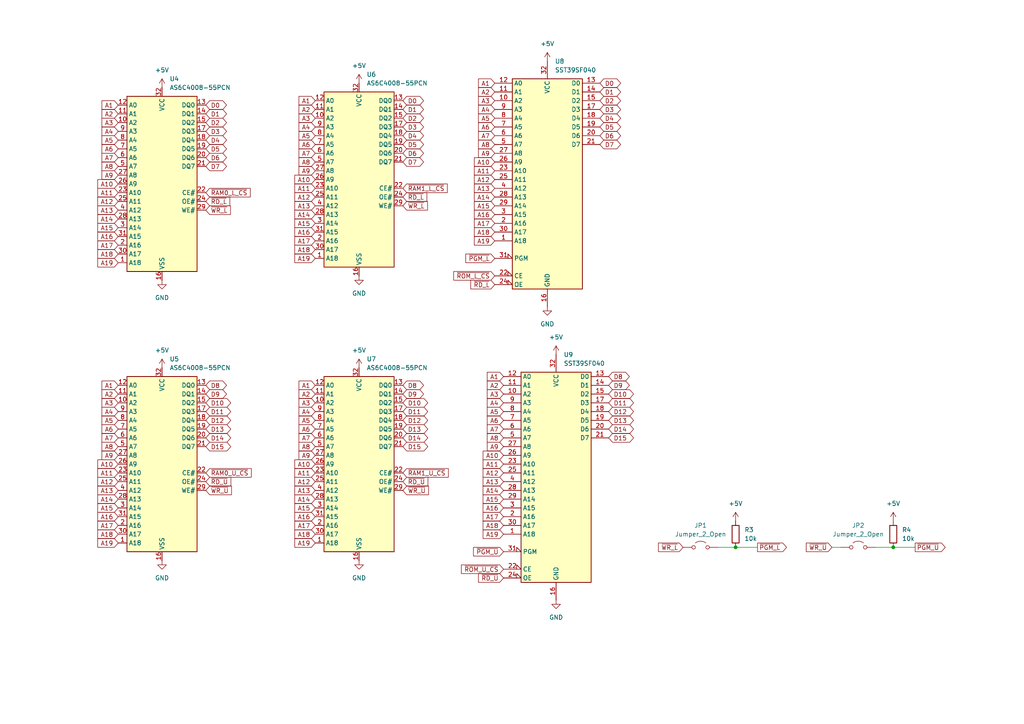
<source format=kicad_sch>
(kicad_sch (version 20250114) (generator "eeschema") (generator_version "9.0")
  (paper "A4")
  (lib_symbols
    (symbol "Device:R" (pin_numbers (hide yes)) (pin_names (offset 0))
      (property "Reference" "R" (at 2.032 0 90))
      (property "Value" "R" (at 0 0 90))
      (symbol "R_0_1"
        (rectangle (start -1.016 -2.54) (end 1.016 2.54) (stroke (width 0.254)))
      )
      (symbol "R_1_1"
        (pin passive line (at 0 3.81 270) (length 1.27) (name "~") (number "1"))
        (pin passive line (at 0 -3.81 90) (length 1.27) (name "~") (number "2"))
      )
    )
    (symbol "Jumper:Jumper_2_Open" (pin_numbers (hide yes)) (pin_names (offset 0) (hide yes)) (exclude_from_sim yes)
      (property "Reference" "JP" (at 0 2.794 0))
      (property "Value" "Jumper_2_Open" (at 0 -2.286 0))
      (symbol "Jumper_2_Open_0_0"
        (circle (center -2.032 0) (radius 0.508))
        (circle (center 2.032 0) (radius 0.508))
      )
      (symbol "Jumper_2_Open_0_1"
        (arc (start -1.524 1.27) (mid 0 1.778) (end 1.524 1.27))
      )
      (symbol "Jumper_2_Open_1_1"
        (pin passive line (at -5.08 0 0) (length 2.54) (name "A") (number "1"))
        (pin passive line (at 5.08 0 180) (length 2.54) (name "B") (number "2"))
      )
    )
    (symbol "Memory_Flash:SST39SF040"
      (property "Reference" "U" (at 2.54 33.02 0))
      (property "Value" "SST39SF040" (at 0 -30.48 0))
      (symbol "SST39SF040_0_0"
        (pin power_in line (at 0 36.83 270) (length 5.08) (name "VCC") (number "32"))
        (pin power_in line (at 0 -34.29 90) (length 5.08) (name "GND") (number "16"))
      )
      (symbol "SST39SF040_0_1"
        (rectangle (start -10.16 31.75) (end 10.16 -29.21) (stroke (width 0.254)) (fill (type background)))
      )
      (symbol "SST39SF040_1_1"
        (pin input line (at -15.24 30.48 0) (length 5.08) (name "A0") (number "12"))
        (pin input line (at -15.24 27.94 0) (length 5.08) (name "A1") (number "11"))
        (pin input line (at -15.24 25.4 0) (length 5.08) (name "A2") (number "10"))
        (pin input line (at -15.24 22.86 0) (length 5.08) (name "A3") (number "9"))
        (pin input line (at -15.24 20.32 0) (length 5.08) (name "A4") (number "8"))
        (pin input line (at -15.24 17.78 0) (length 5.08) (name "A5") (number "7"))
        (pin input line (at -15.24 15.24 0) (length 5.08) (name "A6") (number "6"))
        (pin input line (at -15.24 12.7 0) (length 5.08) (name "A7") (number "5"))
        (pin input line (at -15.24 10.16 0) (length 5.08) (name "A8") (number "27"))
        (pin input line (at -15.24 7.62 0) (length 5.08) (name "A9") (number "26"))
        (pin input line (at -15.24 5.08 0) (length 5.08) (name "A10") (number "23"))
        (pin input line (at -15.24 2.54 0) (length 5.08) (name "A11") (number "25"))
        (pin input line (at -15.24 0 0) (length 5.08) (name "A12") (number "4"))
        (pin input line (at -15.24 -2.54 0) (length 5.08) (name "A13") (number "28"))
        (pin input line (at -15.24 -5.08 0) (length 5.08) (name "A14") (number "29"))
        (pin input line (at -15.24 -7.62 0) (length 5.08) (name "A15") (number "3"))
        (pin input line (at -15.24 -10.16 0) (length 5.08) (name "A16") (number "2"))
        (pin input line (at -15.24 -12.7 0) (length 5.08) (name "A17") (number "30"))
        (pin input line (at -15.24 -15.24 0) (length 5.08) (name "A18") (number "1"))
        (pin input input_low (at -15.24 -20.32 0) (length 5.08) (name "PGM") (number "31"))
        (pin input input_low (at -15.24 -25.4 0) (length 5.08) (name "CE") (number "22"))
        (pin input input_low (at -15.24 -27.94 0) (length 5.08) (name "OE") (number "24"))
        (pin tri_state line (at 15.24 30.48 180) (length 5.08) (name "D0") (number "13"))
        (pin tri_state line (at 15.24 27.94 180) (length 5.08) (name "D1") (number "14"))
        (pin tri_state line (at 15.24 25.4 180) (length 5.08) (name "D2") (number "15"))
        (pin tri_state line (at 15.24 22.86 180) (length 5.08) (name "D3") (number "17"))
        (pin tri_state line (at 15.24 20.32 180) (length 5.08) (name "D4") (number "18"))
        (pin tri_state line (at 15.24 17.78 180) (length 5.08) (name "D5") (number "19"))
        (pin tri_state line (at 15.24 15.24 180) (length 5.08) (name "D6") (number "20"))
        (pin tri_state line (at 15.24 12.7 180) (length 5.08) (name "D7") (number "21"))
      )
    )
    (symbol "Memory_RAM:AS6C4008-55PCN"
      (property "Reference" "U" (at -10.16 26.035 0))
      (property "Value" "AS6C4008-55PCN" (at 2.54 26.035 0))
      (symbol "AS6C4008-55PCN_0_0"
        (pin power_in line (at 0 27.94 270) (length 2.54) (name "VCC") (number "32"))
        (pin power_in line (at 0 -27.94 90) (length 2.54) (name "VSS") (number "16"))
      )
      (symbol "AS6C4008-55PCN_0_1"
        (rectangle (start -10.16 25.4) (end 10.16 -25.4) (stroke (width 0.254)) (fill (type background)))
      )
      (symbol "AS6C4008-55PCN_1_1"
        (pin input line (at -12.7 22.86 0) (length 2.54) (name "A0") (number "12"))
        (pin input line (at -12.7 20.32 0) (length 2.54) (name "A1") (number "11"))
        (pin input line (at -12.7 17.78 0) (length 2.54) (name "A2") (number "10"))
        (pin input line (at -12.7 15.24 0) (length 2.54) (name "A3") (number "9"))
        (pin input line (at -12.7 12.7 0) (length 2.54) (name "A4") (number "8"))
        (pin input line (at -12.7 10.16 0) (length 2.54) (name "A5") (number "7"))
        (pin input line (at -12.7 7.62 0) (length 2.54) (name "A6") (number "6"))
        (pin input line (at -12.7 5.08 0) (length 2.54) (name "A7") (number "5"))
        (pin input line (at -12.7 2.54 0) (length 2.54) (name "A8") (number "27"))
        (pin input line (at -12.7 0 0) (length 2.54) (name "A9") (number "26"))
        (pin input line (at -12.7 -2.54 0) (length 2.54) (name "A10") (number "23"))
        (pin input line (at -12.7 -5.08 0) (length 2.54) (name "A11") (number "25"))
        (pin input line (at -12.7 -7.62 0) (length 2.54) (name "A12") (number "4"))
        (pin input line (at -12.7 -10.16 0) (length 2.54) (name "A13") (number "28"))
        (pin input line (at -12.7 -12.7 0) (length 2.54) (name "A14") (number "3"))
        (pin input line (at -12.7 -15.24 0) (length 2.54) (name "A15") (number "31"))
        (pin input line (at -12.7 -17.78 0) (length 2.54) (name "A16") (number "2"))
        (pin input line (at -12.7 -20.32 0) (length 2.54) (name "A17") (number "30"))
        (pin input line (at -12.7 -22.86 0) (length 2.54) (name "A18") (number "1"))
        (pin tri_state line (at 12.7 22.86 180) (length 2.54) (name "DQ0") (number "13"))
        (pin tri_state line (at 12.7 20.32 180) (length 2.54) (name "DQ1") (number "14"))
        (pin tri_state line (at 12.7 17.78 180) (length 2.54) (name "DQ2") (number "15"))
        (pin tri_state line (at 12.7 15.24 180) (length 2.54) (name "DQ3") (number "17"))
        (pin tri_state line (at 12.7 12.7 180) (length 2.54) (name "DQ4") (number "18"))
        (pin tri_state line (at 12.7 10.16 180) (length 2.54) (name "DQ5") (number "19"))
        (pin tri_state line (at 12.7 7.62 180) (length 2.54) (name "DQ6") (number "20"))
        (pin tri_state line (at 12.7 5.08 180) (length 2.54) (name "DQ7") (number "21"))
        (pin input line (at 12.7 -2.54 180) (length 2.54) (name "CE#") (number "22"))
        (pin input line (at 12.7 -5.08 180) (length 2.54) (name "OE#") (number "24"))
        (pin input line (at 12.7 -7.62 180) (length 2.54) (name "WE#") (number "29"))
      )
    )
    (symbol "power:+5V" (power) (pin_numbers (hide yes)) (pin_names (offset 0) (hide yes))
      (property "Value" "+5V" (at 0 3.556 0))
      (symbol "+5V_0_1"
        (polyline (pts (xy -0.762 1.27) (xy 0 2.54)))
        (polyline (pts (xy 0 2.54) (xy 0.762 1.27)))
        (polyline (pts (xy 0 0) (xy 0 2.54)))
      )
      (symbol "+5V_1_1"
        (pin power_in line (at 0 0 90) (length 0) (name "~") (number "1"))
      )
    )
    (symbol "power:GND" (power) (pin_numbers (hide yes)) (pin_names (offset 0) (hide yes))
      (property "Value" "GND" (at 0 -3.81 0))
      (symbol "GND_0_1"
        (polyline (pts (xy 0 0) (xy 0 -1.27) (xy 1.27 -1.27) (xy 0 -2.54) (xy -1.27 -1.27) (xy 0 -1.27)))
      )
      (symbol "GND_1_1"
        (pin power_in line (at 0 0 270) (length 0) (name "~") (number "1"))
      )
    )
  )
  (junction (at 259.08 158.75))
  (junction (at 213.36 158.75))
  (wire (pts (xy 265.43 158.75) (xy 259.08 158.75)))
  (wire (pts (xy 208.28 158.75) (xy 213.36 158.75)))
  (wire (pts (xy 254 158.75) (xy 259.08 158.75)))
  (wire (pts (xy 241.3 158.75) (xy 243.84 158.75)))
  (wire (pts (xy 219.71 158.75) (xy 213.36 158.75)))
  (global_label "~{WR_U}" (shape input) (at 241.3 158.75 180) (property "Intersheetrefs" "${INTERSHEET_REFS}" (effects (hide yes))))
  (global_label "D7" (shape bidirectional) (at 173.99 41.91 0) (property "Intersheetrefs" "${INTERSHEET_REFS}" (effects (hide yes))))
  (global_label "A6" (shape input) (at 34.29 43.18 180) (property "Intersheetrefs" "${INTERSHEET_REFS}" (effects (hide yes))))
  (global_label "A3" (shape input) (at 91.44 34.29 180) (property "Intersheetrefs" "${INTERSHEET_REFS}" (effects (hide yes))))
  (global_label "A12" (shape input) (at 143.51 52.07 180) (property "Intersheetrefs" "${INTERSHEET_REFS}" (effects (hide yes))))
  (global_label "D3" (shape bidirectional) (at 59.69 38.1 0) (property "Intersheetrefs" "${INTERSHEET_REFS}" (effects (hide yes))))
  (global_label "A11" (shape input) (at 91.44 137.16 180) (property "Intersheetrefs" "${INTERSHEET_REFS}" (effects (hide yes))))
  (global_label "D0" (shape bidirectional) (at 116.84 29.21 0) (property "Intersheetrefs" "${INTERSHEET_REFS}" (effects (hide yes))))
  (global_label "A13" (shape input) (at 146.05 139.7 180) (property "Intersheetrefs" "${INTERSHEET_REFS}" (effects (hide yes))))
  (global_label "D11" (shape bidirectional) (at 176.53 116.84 0) (property "Intersheetrefs" "${INTERSHEET_REFS}" (effects (hide yes))))
  (global_label "D0" (shape bidirectional) (at 173.99 24.13 0) (property "Intersheetrefs" "${INTERSHEET_REFS}" (effects (hide yes))))
  (global_label "D1" (shape bidirectional) (at 173.99 26.67 0) (property "Intersheetrefs" "${INTERSHEET_REFS}" (effects (hide yes))))
  (global_label "A4" (shape input) (at 34.29 119.38 180) (property "Intersheetrefs" "${INTERSHEET_REFS}" (effects (hide yes))))
  (global_label "A14" (shape input) (at 143.51 57.15 180) (property "Intersheetrefs" "${INTERSHEET_REFS}" (effects (hide yes))))
  (global_label "A6" (shape input) (at 143.51 36.83 180) (property "Intersheetrefs" "${INTERSHEET_REFS}" (effects (hide yes))))
  (global_label "~{PGM_L}" (shape output) (at 219.71 158.75 0) (property "Intersheetrefs" "${INTERSHEET_REFS}" (effects (hide yes))))
  (global_label "D6" (shape bidirectional) (at 116.84 44.45 0) (property "Intersheetrefs" "${INTERSHEET_REFS}" (effects (hide yes))))
  (global_label "A2" (shape input) (at 146.05 111.76 180) (property "Intersheetrefs" "${INTERSHEET_REFS}" (effects (hide yes))))
  (global_label "A15" (shape input) (at 34.29 66.04 180) (property "Intersheetrefs" "${INTERSHEET_REFS}" (effects (hide yes))))
  (global_label "~{PGM_U}" (shape input) (at 146.05 160.02 180) (property "Intersheetrefs" "${INTERSHEET_REFS}" (effects (hide yes))))
  (global_label "A15" (shape input) (at 143.51 59.69 180) (property "Intersheetrefs" "${INTERSHEET_REFS}" (effects (hide yes))))
  (global_label "A6" (shape input) (at 91.44 124.46 180) (property "Intersheetrefs" "${INTERSHEET_REFS}" (effects (hide yes))))
  (global_label "~{RD_L}" (shape input) (at 143.51 82.55 180) (property "Intersheetrefs" "${INTERSHEET_REFS}" (effects (hide yes))))
  (global_label "~{WR_U}" (shape input) (at 59.69 142.24 0) (property "Intersheetrefs" "${INTERSHEET_REFS}" (effects (hide yes))))
  (global_label "A3" (shape input) (at 34.29 35.56 180) (property "Intersheetrefs" "${INTERSHEET_REFS}" (effects (hide yes))))
  (global_label "A3" (shape input) (at 91.44 116.84 180) (property "Intersheetrefs" "${INTERSHEET_REFS}" (effects (hide yes))))
  (global_label "A16" (shape input) (at 34.29 149.86 180) (property "Intersheetrefs" "${INTERSHEET_REFS}" (effects (hide yes))))
  (global_label "D2" (shape bidirectional) (at 116.84 34.29 0) (property "Intersheetrefs" "${INTERSHEET_REFS}" (effects (hide yes))))
  (global_label "A16" (shape input) (at 143.51 62.23 180) (property "Intersheetrefs" "${INTERSHEET_REFS}" (effects (hide yes))))
  (global_label "D9" (shape bidirectional) (at 176.53 111.76 0) (property "Intersheetrefs" "${INTERSHEET_REFS}" (effects (hide yes))))
  (global_label "D11" (shape bidirectional) (at 59.69 119.38 0) (property "Intersheetrefs" "${INTERSHEET_REFS}" (effects (hide yes))))
  (global_label "A8" (shape input) (at 91.44 46.99 180) (property "Intersheetrefs" "${INTERSHEET_REFS}" (effects (hide yes))))
  (global_label "A5" (shape input) (at 34.29 40.64 180) (property "Intersheetrefs" "${INTERSHEET_REFS}" (effects (hide yes))))
  (global_label "A18" (shape input) (at 146.05 152.4 180) (property "Intersheetrefs" "${INTERSHEET_REFS}" (effects (hide yes))))
  (global_label "A15" (shape input) (at 146.05 144.78 180) (property "Intersheetrefs" "${INTERSHEET_REFS}" (effects (hide yes))))
  (global_label "D3" (shape bidirectional) (at 173.99 31.75 0) (property "Intersheetrefs" "${INTERSHEET_REFS}" (effects (hide yes))))
  (global_label "A8" (shape input) (at 34.29 48.26 180) (property "Intersheetrefs" "${INTERSHEET_REFS}" (effects (hide yes))))
  (global_label "D9" (shape bidirectional) (at 116.84 114.3 0) (property "Intersheetrefs" "${INTERSHEET_REFS}" (effects (hide yes))))
  (global_label "D1" (shape bidirectional) (at 59.69 33.02 0) (property "Intersheetrefs" "${INTERSHEET_REFS}" (effects (hide yes))))
  (global_label "D15" (shape bidirectional) (at 116.84 129.54 0) (property "Intersheetrefs" "${INTERSHEET_REFS}" (effects (hide yes))))
  (global_label "A17" (shape input) (at 34.29 71.12 180) (property "Intersheetrefs" "${INTERSHEET_REFS}" (effects (hide yes))))
  (global_label "A12" (shape input) (at 91.44 57.15 180) (property "Intersheetrefs" "${INTERSHEET_REFS}" (effects (hide yes))))
  (global_label "~{PGM_U}" (shape output) (at 265.43 158.75 0) (property "Intersheetrefs" "${INTERSHEET_REFS}" (effects (hide yes))))
  (global_label "A16" (shape input) (at 146.05 147.32 180) (property "Intersheetrefs" "${INTERSHEET_REFS}" (effects (hide yes))))
  (global_label "A17" (shape input) (at 34.29 152.4 180) (property "Intersheetrefs" "${INTERSHEET_REFS}" (effects (hide yes))))
  (global_label "A14" (shape input) (at 91.44 62.23 180) (property "Intersheetrefs" "${INTERSHEET_REFS}" (effects (hide yes))))
  (global_label "D14" (shape bidirectional) (at 176.53 124.46 0) (property "Intersheetrefs" "${INTERSHEET_REFS}" (effects (hide yes))))
  (global_label "A9" (shape input) (at 91.44 132.08 180) (property "Intersheetrefs" "${INTERSHEET_REFS}" (effects (hide yes))))
  (global_label "A5" (shape input) (at 143.51 34.29 180) (property "Intersheetrefs" "${INTERSHEET_REFS}" (effects (hide yes))))
  (global_label "D14" (shape bidirectional) (at 59.69 127 0) (property "Intersheetrefs" "${INTERSHEET_REFS}" (effects (hide yes))))
  (global_label "A4" (shape input) (at 34.29 38.1 180) (property "Intersheetrefs" "${INTERSHEET_REFS}" (effects (hide yes))))
  (global_label "~{PGM_L}" (shape input) (at 143.51 74.93 180) (property "Intersheetrefs" "${INTERSHEET_REFS}" (effects (hide yes))))
  (global_label "A3" (shape input) (at 146.05 114.3 180) (property "Intersheetrefs" "${INTERSHEET_REFS}" (effects (hide yes))))
  (global_label "A5" (shape input) (at 91.44 121.92 180) (property "Intersheetrefs" "${INTERSHEET_REFS}" (effects (hide yes))))
  (global_label "D14" (shape bidirectional) (at 116.84 127 0) (property "Intersheetrefs" "${INTERSHEET_REFS}" (effects (hide yes))))
  (global_label "A15" (shape input) (at 34.29 147.32 180) (property "Intersheetrefs" "${INTERSHEET_REFS}" (effects (hide yes))))
  (global_label "D11" (shape bidirectional) (at 116.84 119.38 0) (property "Intersheetrefs" "${INTERSHEET_REFS}" (effects (hide yes))))
  (global_label "A9" (shape input) (at 143.51 44.45 180) (property "Intersheetrefs" "${INTERSHEET_REFS}" (effects (hide yes))))
  (global_label "~{WR_L}" (shape input) (at 198.12 158.75 180) (property "Intersheetrefs" "${INTERSHEET_REFS}" (effects (hide yes))))
  (global_label "A12" (shape input) (at 146.05 137.16 180) (property "Intersheetrefs" "${INTERSHEET_REFS}" (effects (hide yes))))
  (global_label "D7" (shape bidirectional) (at 116.84 46.99 0) (property "Intersheetrefs" "${INTERSHEET_REFS}" (effects (hide yes))))
  (global_label "A4" (shape input) (at 91.44 36.83 180) (property "Intersheetrefs" "${INTERSHEET_REFS}" (effects (hide yes))))
  (global_label "A3" (shape input) (at 34.29 116.84 180) (property "Intersheetrefs" "${INTERSHEET_REFS}" (effects (hide yes))))
  (global_label "A1" (shape input) (at 143.51 24.13 180) (property "Intersheetrefs" "${INTERSHEET_REFS}" (effects (hide yes))))
  (global_label "A13" (shape input) (at 143.51 54.61 180) (property "Intersheetrefs" "${INTERSHEET_REFS}" (effects (hide yes))))
  (global_label "A18" (shape input) (at 91.44 154.94 180) (property "Intersheetrefs" "${INTERSHEET_REFS}" (effects (hide yes))))
  (global_label "D15" (shape bidirectional) (at 176.53 127 0) (property "Intersheetrefs" "${INTERSHEET_REFS}" (effects (hide yes))))
  (global_label "A7" (shape input) (at 146.05 124.46 180) (property "Intersheetrefs" "${INTERSHEET_REFS}" (effects (hide yes))))
  (global_label "A15" (shape input) (at 91.44 147.32 180) (property "Intersheetrefs" "${INTERSHEET_REFS}" (effects (hide yes))))
  (global_label "A12" (shape input) (at 34.29 139.7 180) (property "Intersheetrefs" "${INTERSHEET_REFS}" (effects (hide yes))))
  (global_label "A17" (shape input) (at 146.05 149.86 180) (property "Intersheetrefs" "${INTERSHEET_REFS}" (effects (hide yes))))
  (global_label "A4" (shape input) (at 143.51 31.75 180) (property "Intersheetrefs" "${INTERSHEET_REFS}" (effects (hide yes))))
  (global_label "A13" (shape input) (at 34.29 142.24 180) (property "Intersheetrefs" "${INTERSHEET_REFS}" (effects (hide yes))))
  (global_label "A9" (shape input) (at 34.29 132.08 180) (property "Intersheetrefs" "${INTERSHEET_REFS}" (effects (hide yes))))
  (global_label "A10" (shape input) (at 143.51 46.99 180) (property "Intersheetrefs" "${INTERSHEET_REFS}" (effects (hide yes))))
  (global_label "D4" (shape bidirectional) (at 173.99 34.29 0) (property "Intersheetrefs" "${INTERSHEET_REFS}" (effects (hide yes))))
  (global_label "A7" (shape input) (at 34.29 45.72 180) (property "Intersheetrefs" "${INTERSHEET_REFS}" (effects (hide yes))))
  (global_label "~{WR_L}" (shape input) (at 59.69 60.96 0) (property "Intersheetrefs" "${INTERSHEET_REFS}" (effects (hide yes))))
  (global_label "D5" (shape bidirectional) (at 116.84 41.91 0) (property "Intersheetrefs" "${INTERSHEET_REFS}" (effects (hide yes))))
  (global_label "A7" (shape input) (at 143.51 39.37 180) (property "Intersheetrefs" "${INTERSHEET_REFS}" (effects (hide yes))))
  (global_label "~{WR_U}" (shape input) (at 116.84 142.24 0) (property "Intersheetrefs" "${INTERSHEET_REFS}" (effects (hide yes))))
  (global_label "A9" (shape input) (at 146.05 129.54 180) (property "Intersheetrefs" "${INTERSHEET_REFS}" (effects (hide yes))))
  (global_label "A11" (shape input) (at 143.51 49.53 180) (property "Intersheetrefs" "${INTERSHEET_REFS}" (effects (hide yes))))
  (global_label "A16" (shape input) (at 34.29 68.58 180) (property "Intersheetrefs" "${INTERSHEET_REFS}" (effects (hide yes))))
  (global_label "D10" (shape bidirectional) (at 116.84 116.84 0) (property "Intersheetrefs" "${INTERSHEET_REFS}" (effects (hide yes))))
  (global_label "A1" (shape input) (at 34.29 111.76 180) (property "Intersheetrefs" "${INTERSHEET_REFS}" (effects (hide yes))))
  (global_label "A3" (shape input) (at 143.51 29.21 180) (property "Intersheetrefs" "${INTERSHEET_REFS}" (effects (hide yes))))
  (global_label "A4" (shape input) (at 146.05 116.84 180) (property "Intersheetrefs" "${INTERSHEET_REFS}" (effects (hide yes))))
  (global_label "D4" (shape bidirectional) (at 116.84 39.37 0) (property "Intersheetrefs" "${INTERSHEET_REFS}" (effects (hide yes))))
  (global_label "D6" (shape bidirectional) (at 173.99 39.37 0) (property "Intersheetrefs" "${INTERSHEET_REFS}" (effects (hide yes))))
  (global_label "~{RD_L}" (shape input) (at 59.69 58.42 0) (property "Intersheetrefs" "${INTERSHEET_REFS}" (effects (hide yes))))
  (global_label "A14" (shape input) (at 91.44 144.78 180) (property "Intersheetrefs" "${INTERSHEET_REFS}" (effects (hide yes))))
  (global_label "D2" (shape bidirectional) (at 59.69 35.56 0) (property "Intersheetrefs" "${INTERSHEET_REFS}" (effects (hide yes))))
  (global_label "A13" (shape input) (at 91.44 59.69 180) (property "Intersheetrefs" "${INTERSHEET_REFS}" (effects (hide yes))))
  (global_label "A2" (shape input) (at 91.44 31.75 180) (property "Intersheetrefs" "${INTERSHEET_REFS}" (effects (hide yes))))
  (global_label "A19" (shape input) (at 143.51 69.85 180) (property "Intersheetrefs" "${INTERSHEET_REFS}" (effects (hide yes))))
  (global_label "A10" (shape input) (at 91.44 134.62 180) (property "Intersheetrefs" "${INTERSHEET_REFS}" (effects (hide yes))))
  (global_label "~{RD_L}" (shape input) (at 116.84 57.15 0) (property "Intersheetrefs" "${INTERSHEET_REFS}" (effects (hide yes))))
  (global_label "A11" (shape input) (at 146.05 134.62 180) (property "Intersheetrefs" "${INTERSHEET_REFS}" (effects (hide yes))))
  (global_label "A1" (shape input) (at 34.29 30.48 180) (property "Intersheetrefs" "${INTERSHEET_REFS}" (effects (hide yes))))
  (global_label "A11" (shape input) (at 91.44 54.61 180) (property "Intersheetrefs" "${INTERSHEET_REFS}" (effects (hide yes))))
  (global_label "D13" (shape bidirectional) (at 176.53 121.92 0) (property "Intersheetrefs" "${INTERSHEET_REFS}" (effects (hide yes))))
  (global_label "D7" (shape bidirectional) (at 59.69 48.26 0) (property "Intersheetrefs" "${INTERSHEET_REFS}" (effects (hide yes))))
  (global_label "A8" (shape input) (at 146.05 127 180) (property "Intersheetrefs" "${INTERSHEET_REFS}" (effects (hide yes))))
  (global_label "A5" (shape input) (at 34.29 121.92 180) (property "Intersheetrefs" "${INTERSHEET_REFS}" (effects (hide yes))))
  (global_label "A11" (shape input) (at 34.29 55.88 180) (property "Intersheetrefs" "${INTERSHEET_REFS}" (effects (hide yes))))
  (global_label "D2" (shape bidirectional) (at 173.99 29.21 0) (property "Intersheetrefs" "${INTERSHEET_REFS}" (effects (hide yes))))
  (global_label "D5" (shape bidirectional) (at 59.69 43.18 0) (property "Intersheetrefs" "${INTERSHEET_REFS}" (effects (hide yes))))
  (global_label "A17" (shape input) (at 91.44 152.4 180) (property "Intersheetrefs" "${INTERSHEET_REFS}" (effects (hide yes))))
  (global_label "~{RD_U}" (shape input) (at 59.69 139.7 0) (property "Intersheetrefs" "${INTERSHEET_REFS}" (effects (hide yes))))
  (global_label "A2" (shape input) (at 143.51 26.67 180) (property "Intersheetrefs" "${INTERSHEET_REFS}" (effects (hide yes))))
  (global_label "A7" (shape input) (at 91.44 127 180) (property "Intersheetrefs" "${INTERSHEET_REFS}" (effects (hide yes))))
  (global_label "A2" (shape input) (at 34.29 114.3 180) (property "Intersheetrefs" "${INTERSHEET_REFS}" (effects (hide yes))))
  (global_label "D6" (shape bidirectional) (at 59.69 45.72 0) (property "Intersheetrefs" "${INTERSHEET_REFS}" (effects (hide yes))))
  (global_label "D13" (shape bidirectional) (at 59.69 124.46 0) (property "Intersheetrefs" "${INTERSHEET_REFS}" (effects (hide yes))))
  (global_label "A14" (shape input) (at 34.29 144.78 180) (property "Intersheetrefs" "${INTERSHEET_REFS}" (effects (hide yes))))
  (global_label "A7" (shape input) (at 91.44 44.45 180) (property "Intersheetrefs" "${INTERSHEET_REFS}" (effects (hide yes))))
  (global_label "D4" (shape bidirectional) (at 59.69 40.64 0) (property "Intersheetrefs" "${INTERSHEET_REFS}" (effects (hide yes))))
  (global_label "D10" (shape bidirectional) (at 176.53 114.3 0) (property "Intersheetrefs" "${INTERSHEET_REFS}" (effects (hide yes))))
  (global_label "A1" (shape input) (at 91.44 29.21 180) (property "Intersheetrefs" "${INTERSHEET_REFS}" (effects (hide yes))))
  (global_label "A18" (shape input) (at 34.29 154.94 180) (property "Intersheetrefs" "${INTERSHEET_REFS}" (effects (hide yes))))
  (global_label "A18" (shape input) (at 34.29 73.66 180) (property "Intersheetrefs" "${INTERSHEET_REFS}" (effects (hide yes))))
  (global_label "A6" (shape input) (at 146.05 121.92 180) (property "Intersheetrefs" "${INTERSHEET_REFS}" (effects (hide yes))))
  (global_label "D9" (shape bidirectional) (at 59.69 114.3 0) (property "Intersheetrefs" "${INTERSHEET_REFS}" (effects (hide yes))))
  (global_label "D12" (shape bidirectional) (at 59.69 121.92 0) (property "Intersheetrefs" "${INTERSHEET_REFS}" (effects (hide yes))))
  (global_label "A12" (shape input) (at 91.44 139.7 180) (property "Intersheetrefs" "${INTERSHEET_REFS}" (effects (hide yes))))
  (global_label "~{ROM_U_CS}" (shape input) (at 146.05 165.1 180) (property "Intersheetrefs" "${INTERSHEET_REFS}" (effects (hide yes))))
  (global_label "A12" (shape input) (at 34.29 58.42 180) (property "Intersheetrefs" "${INTERSHEET_REFS}" (effects (hide yes))))
  (global_label "A6" (shape input) (at 34.29 124.46 180) (property "Intersheetrefs" "${INTERSHEET_REFS}" (effects (hide yes))))
  (global_label "A5" (shape input) (at 91.44 39.37 180) (property "Intersheetrefs" "${INTERSHEET_REFS}" (effects (hide yes))))
  (global_label "D8" (shape bidirectional) (at 116.84 111.76 0) (property "Intersheetrefs" "${INTERSHEET_REFS}" (effects (hide yes))))
  (global_label "~{RD_U}" (shape input) (at 116.84 139.7 0) (property "Intersheetrefs" "${INTERSHEET_REFS}" (effects (hide yes))))
  (global_label "A8" (shape input) (at 91.44 129.54 180) (property "Intersheetrefs" "${INTERSHEET_REFS}" (effects (hide yes))))
  (global_label "A8" (shape input) (at 34.29 129.54 180) (property "Intersheetrefs" "${INTERSHEET_REFS}" (effects (hide yes))))
  (global_label "A10" (shape input) (at 91.44 52.07 180) (property "Intersheetrefs" "${INTERSHEET_REFS}" (effects (hide yes))))
  (global_label "~{RAM1_U_CS}" (shape input) (at 116.84 137.16 0) (property "Intersheetrefs" "${INTERSHEET_REFS}" (effects (hide yes))))
  (global_label "A5" (shape input) (at 146.05 119.38 180) (property "Intersheetrefs" "${INTERSHEET_REFS}" (effects (hide yes))))
  (global_label "A18" (shape input) (at 91.44 72.39 180) (property "Intersheetrefs" "${INTERSHEET_REFS}" (effects (hide yes))))
  (global_label "A6" (shape input) (at 91.44 41.91 180) (property "Intersheetrefs" "${INTERSHEET_REFS}" (effects (hide yes))))
  (global_label "A14" (shape input) (at 34.29 63.5 180) (property "Intersheetrefs" "${INTERSHEET_REFS}" (effects (hide yes))))
  (global_label "A7" (shape input) (at 34.29 127 180) (property "Intersheetrefs" "${INTERSHEET_REFS}" (effects (hide yes))))
  (global_label "A1" (shape input) (at 91.44 111.76 180) (property "Intersheetrefs" "${INTERSHEET_REFS}" (effects (hide yes))))
  (global_label "A11" (shape input) (at 34.29 137.16 180) (property "Intersheetrefs" "${INTERSHEET_REFS}" (effects (hide yes))))
  (global_label "~{RAM0_U_CS}" (shape input) (at 59.69 137.16 0) (property "Intersheetrefs" "${INTERSHEET_REFS}" (effects (hide yes))))
  (global_label "A16" (shape input) (at 91.44 149.86 180) (property "Intersheetrefs" "${INTERSHEET_REFS}" (effects (hide yes))))
  (global_label "D5" (shape bidirectional) (at 173.99 36.83 0) (property "Intersheetrefs" "${INTERSHEET_REFS}" (effects (hide yes))))
  (global_label "~{RAM1_L_CS}" (shape input) (at 116.84 54.61 0) (property "Intersheetrefs" "${INTERSHEET_REFS}" (effects (hide yes))))
  (global_label "A9" (shape input) (at 91.44 49.53 180) (property "Intersheetrefs" "${INTERSHEET_REFS}" (effects (hide yes))))
  (global_label "A13" (shape input) (at 34.29 60.96 180) (property "Intersheetrefs" "${INTERSHEET_REFS}" (effects (hide yes))))
  (global_label "A8" (shape input) (at 143.51 41.91 180) (property "Intersheetrefs" "${INTERSHEET_REFS}" (effects (hide yes))))
  (global_label "A19" (shape input) (at 91.44 74.93 180) (property "Intersheetrefs" "${INTERSHEET_REFS}" (effects (hide yes))))
  (global_label "D10" (shape bidirectional) (at 59.69 116.84 0) (property "Intersheetrefs" "${INTERSHEET_REFS}" (effects (hide yes))))
  (global_label "~{RAM0_L_CS}" (shape input) (at 59.69 55.88 0) (property "Intersheetrefs" "${INTERSHEET_REFS}" (effects (hide yes))))
  (global_label "A19" (shape input) (at 146.05 154.94 180) (property "Intersheetrefs" "${INTERSHEET_REFS}" (effects (hide yes))))
  (global_label "A19" (shape input) (at 34.29 76.2 180) (property "Intersheetrefs" "${INTERSHEET_REFS}" (effects (hide yes))))
  (global_label "A10" (shape input) (at 34.29 53.34 180) (property "Intersheetrefs" "${INTERSHEET_REFS}" (effects (hide yes))))
  (global_label "A13" (shape input) (at 91.44 142.24 180) (property "Intersheetrefs" "${INTERSHEET_REFS}" (effects (hide yes))))
  (global_label "A17" (shape input) (at 143.51 64.77 180) (property "Intersheetrefs" "${INTERSHEET_REFS}" (effects (hide yes))))
  (global_label "A15" (shape input) (at 91.44 64.77 180) (property "Intersheetrefs" "${INTERSHEET_REFS}" (effects (hide yes))))
  (global_label "A17" (shape input) (at 91.44 69.85 180) (property "Intersheetrefs" "${INTERSHEET_REFS}" (effects (hide yes))))
  (global_label "A10" (shape input) (at 34.29 134.62 180) (property "Intersheetrefs" "${INTERSHEET_REFS}" (effects (hide yes))))
  (global_label "D13" (shape bidirectional) (at 116.84 124.46 0) (property "Intersheetrefs" "${INTERSHEET_REFS}" (effects (hide yes))))
  (global_label "A1" (shape input) (at 146.05 109.22 180) (property "Intersheetrefs" "${INTERSHEET_REFS}" (effects (hide yes))))
  (global_label "A14" (shape input) (at 146.05 142.24 180) (property "Intersheetrefs" "${INTERSHEET_REFS}" (effects (hide yes))))
  (global_label "~{RD_U}" (shape input) (at 146.05 167.64 180) (property "Intersheetrefs" "${INTERSHEET_REFS}" (effects (hide yes))))
  (global_label "D1" (shape bidirectional) (at 116.84 31.75 0) (property "Intersheetrefs" "${INTERSHEET_REFS}" (effects (hide yes))))
  (global_label "A19" (shape input) (at 34.29 157.48 180) (property "Intersheetrefs" "${INTERSHEET_REFS}" (effects (hide yes))))
  (global_label "A4" (shape input) (at 91.44 119.38 180) (property "Intersheetrefs" "${INTERSHEET_REFS}" (effects (hide yes))))
  (global_label "D0" (shape bidirectional) (at 59.69 30.48 0) (property "Intersheetrefs" "${INTERSHEET_REFS}" (effects (hide yes))))
  (global_label "A2" (shape input) (at 91.44 114.3 180) (property "Intersheetrefs" "${INTERSHEET_REFS}" (effects (hide yes))))
  (global_label "A16" (shape input) (at 91.44 67.31 180) (property "Intersheetrefs" "${INTERSHEET_REFS}" (effects (hide yes))))
  (global_label "~{ROM_L_CS}" (shape input) (at 143.51 80.01 180) (property "Intersheetrefs" "${INTERSHEET_REFS}" (effects (hide yes))))
  (global_label "D8" (shape bidirectional) (at 176.53 109.22 0) (property "Intersheetrefs" "${INTERSHEET_REFS}" (effects (hide yes))))
  (global_label "D3" (shape bidirectional) (at 116.84 36.83 0) (property "Intersheetrefs" "${INTERSHEET_REFS}" (effects (hide yes))))
  (global_label "~{WR_L}" (shape input) (at 116.84 59.69 0) (property "Intersheetrefs" "${INTERSHEET_REFS}" (effects (hide yes))))
  (global_label "D12" (shape bidirectional) (at 116.84 121.92 0) (property "Intersheetrefs" "${INTERSHEET_REFS}" (effects (hide yes))))
  (global_label "A2" (shape input) (at 34.29 33.02 180) (property "Intersheetrefs" "${INTERSHEET_REFS}" (effects (hide yes))))
  (global_label "A10" (shape input) (at 146.05 132.08 180) (property "Intersheetrefs" "${INTERSHEET_REFS}" (effects (hide yes))))
  (global_label "A18" (shape input) (at 143.51 67.31 180) (property "Intersheetrefs" "${INTERSHEET_REFS}" (effects (hide yes))))
  (global_label "D15" (shape bidirectional) (at 59.69 129.54 0) (property "Intersheetrefs" "${INTERSHEET_REFS}" (effects (hide yes))))
  (global_label "A9" (shape input) (at 34.29 50.8 180) (property "Intersheetrefs" "${INTERSHEET_REFS}" (effects (hide yes))))
  (global_label "A19" (shape input) (at 91.44 157.48 180) (property "Intersheetrefs" "${INTERSHEET_REFS}" (effects (hide yes))))
  (global_label "D12" (shape bidirectional) (at 176.53 119.38 0) (property "Intersheetrefs" "${INTERSHEET_REFS}" (effects (hide yes))))
  (global_label "D8" (shape bidirectional) (at 59.69 111.76 0) (property "Intersheetrefs" "${INTERSHEET_REFS}" (effects (hide yes))))
  (symbol (lib_id "power:+5V") (at 104.14 24.13 0) (unit 1)
    (property "Reference" "#PWR10" (effects (hide yes)))
    (property "Value" "+5V" (at 104.14 19.05 0))
    (property "Description" "Power symbol creates a global label with name \"+5V\"" (effects (hide yes)))
  )
  (symbol (lib_id "power:+5V") (at 259.08 151.13 0) (unit 1)
    (property "Reference" "#PWR14" (effects (hide yes)))
    (property "Value" "+5V" (at 259.08 146.05 0))
    (property "Description" "Power symbol creates a global label with name \"+5V\"" (effects (hide yes)))
  )
  (symbol (lib_id "power:GND") (at 46.99 81.28 0) (unit 1)
    (property "Reference" "#PWR0125" (effects (hide yes)))
    (property "Value" "GND" (at 46.99 86.36 0))
    (property "Description" "Power symbol creates a global label with name \"GND\" , ground" (effects (hide yes)))
  )
  (symbol (lib_id "power:GND") (at 161.29 173.99 0) (unit 1)
    (property "Reference" "#PWR0128" (effects (hide yes)))
    (property "Value" "GND" (at 161.29 179.07 0))
    (property "Description" "Power symbol creates a global label with name \"GND\" , ground" (effects (hide yes)))
  )
  (symbol (lib_id "Memory_RAM:AS6C4008-55PCN") (at 46.99 53.34 0) (unit 1)
    (property "Reference" "U4" (at 49.1841 22.86 0) (effects (justify left)))
    (property "Value" "AS6C4008-55PCN" (at 49.1841 25.4 0) (effects (justify left)))
    (property "Footprint" "Package_DIP:DIP-32_W15.24mm_Socket_LongPads" (effects (hide yes)))
    (property "Datasheet" "https://www.alliancememory.com/wp-content/uploads/pdf/AS6C4008.pdf" (effects (hide yes)))
    (property "Description" "512K x 8 Low Power CMOS RAM, DIP-32" (effects (hide yes)))
  )
  (symbol (lib_id "Device:R") (at 213.36 154.94 180) (unit 1)
    (property "Reference" "R3" (at 215.9 153.6699 0) (effects (justify right)))
    (property "Value" "10k" (at 215.9 156.2099 0) (effects (justify right)))
    (property "Footprint" "Resistor_THT:R_Axial_DIN0207_L6.3mm_D2.5mm_P10.16mm_Horizontal" (effects (hide yes)))
    (property "Description" "Resistor" (effects (hide yes)))
  )
  (symbol (lib_id "power:+5V") (at 104.14 106.68 0) (unit 1)
    (property "Reference" "#PWR13" (effects (hide yes)))
    (property "Value" "+5V" (at 104.14 101.6 0))
    (property "Description" "Power symbol creates a global label with name \"+5V\"" (effects (hide yes)))
  )
  (symbol (lib_id "power:+5V") (at 46.99 106.68 0) (unit 1)
    (property "Reference" "#PWR12" (effects (hide yes)))
    (property "Value" "+5V" (at 46.99 101.6 0))
    (property "Description" "Power symbol creates a global label with name \"+5V\"" (effects (hide yes)))
  )
  (symbol (lib_id "power:GND") (at 158.75 88.9 0) (unit 1)
    (property "Reference" "#PWR0127" (effects (hide yes)))
    (property "Value" "GND" (at 158.75 93.98 0))
    (property "Description" "Power symbol creates a global label with name \"GND\" , ground" (effects (hide yes)))
  )
  (symbol (lib_id "Memory_RAM:AS6C4008-55PCN") (at 46.99 134.62 0) (unit 1)
    (property "Reference" "U5" (at 49.1841 104.14 0) (effects (justify left)))
    (property "Value" "AS6C4008-55PCN" (at 49.1841 106.68 0) (effects (justify left)))
    (property "Footprint" "Package_DIP:DIP-32_W15.24mm_Socket_LongPads" (effects (hide yes)))
    (property "Datasheet" "https://www.alliancememory.com/wp-content/uploads/pdf/AS6C4008.pdf" (effects (hide yes)))
    (property "Description" "512K x 8 Low Power CMOS RAM, DIP-32" (effects (hide yes)))
  )
  (symbol (lib_id "power:+5V") (at 46.99 25.4 0) (unit 1)
    (property "Reference" "#PWR11" (effects (hide yes)))
    (property "Value" "+5V" (at 46.99 20.32 0))
    (property "Description" "Power symbol creates a global label with name \"+5V\"" (effects (hide yes)))
  )
  (symbol (lib_id "Memory_Flash:SST39SF040") (at 158.75 54.61 0) (unit 1)
    (property "Reference" "U8" (at 160.9441 17.78 0) (effects (justify left)))
    (property "Value" "SST39SF040" (at 160.9441 20.32 0) (effects (justify left)))
    (property "Footprint" "Socket:DIP_Socket-32_W11.9_W12.7_W15.24_W17.78_W18.5_3M_232-1285-00-0602J" (effects (hide yes)))
    (property "Datasheet" "http://ww1.microchip.com/downloads/en/DeviceDoc/25022B.pdf" (effects (hide yes)))
    (property "Description" "Silicon Storage Technology (SSF) 512k x 8 Flash ROM" (effects (hide yes)))
  )
  (symbol (lib_id "Memory_RAM:AS6C4008-55PCN") (at 104.14 52.07 0) (unit 1)
    (property "Reference" "U6" (at 106.3341 21.59 0) (effects (justify left)))
    (property "Value" "AS6C4008-55PCN" (at 106.3341 24.13 0) (effects (justify left)))
    (property "Footprint" "Package_DIP:DIP-32_W15.24mm_Socket_LongPads" (effects (hide yes)))
    (property "Datasheet" "https://www.alliancememory.com/wp-content/uploads/pdf/AS6C4008.pdf" (effects (hide yes)))
    (property "Description" "512K x 8 Low Power CMOS RAM, DIP-32" (effects (hide yes)))
  )
  (symbol (lib_id "Device:R") (at 259.08 154.94 180) (unit 1)
    (property "Reference" "R4" (at 261.62 153.6699 0) (effects (justify right)))
    (property "Value" "10k" (at 261.62 156.2099 0) (effects (justify right)))
    (property "Footprint" "Resistor_THT:R_Axial_DIN0207_L6.3mm_D2.5mm_P10.16mm_Horizontal" (effects (hide yes)))
    (property "Description" "Resistor" (effects (hide yes)))
  )
  (symbol (lib_id "power:GND") (at 46.99 162.56 0) (unit 1)
    (property "Reference" "#PWR0130" (effects (hide yes)))
    (property "Value" "GND" (at 46.99 167.64 0))
    (property "Description" "Power symbol creates a global label with name \"GND\" , ground" (effects (hide yes)))
  )
  (symbol (lib_id "power:GND") (at 104.14 162.56 0) (unit 1)
    (property "Reference" "#PWR0129" (effects (hide yes)))
    (property "Value" "GND" (at 104.14 167.64 0))
    (property "Description" "Power symbol creates a global label with name \"GND\" , ground" (effects (hide yes)))
  )
  (symbol (lib_id "Jumper:Jumper_2_Open") (at 248.92 158.75 0) (unit 1) (exclude_from_sim yes)
    (property "Reference" "JP2" (at 248.92 152.4 0))
    (property "Value" "Jumper_2_Open" (at 248.92 154.94 0))
    (property "Footprint" "Connector_PinHeader_2.54mm:PinHeader_1x02_P2.54mm_Vertical" (effects (hide yes)))
    (property "Description" "Jumper, 2-pole, open" (effects (hide yes)))
  )
  (symbol (lib_id "power:+5V") (at 158.75 17.78 0) (unit 1)
    (property "Reference" "#PWR9" (effects (hide yes)))
    (property "Value" "+5V" (at 158.75 12.7 0))
    (property "Description" "Power symbol creates a global label with name \"+5V\"" (effects (hide yes)))
  )
  (symbol (lib_id "Jumper:Jumper_2_Open") (at 203.2 158.75 0) (unit 1) (exclude_from_sim yes)
    (property "Reference" "JP1" (at 203.2 152.4 0))
    (property "Value" "Jumper_2_Open" (at 203.2 154.94 0))
    (property "Footprint" "Connector_PinHeader_2.54mm:PinHeader_1x02_P2.54mm_Vertical" (effects (hide yes)))
    (property "Description" "Jumper, 2-pole, open" (effects (hide yes)))
  )
  (symbol (lib_id "power:+5V") (at 213.36 151.13 0) (unit 1)
    (property "Reference" "#PWR7" (effects (hide yes)))
    (property "Value" "+5V" (at 213.36 146.05 0))
    (property "Description" "Power symbol creates a global label with name \"+5V\"" (effects (hide yes)))
  )
  (symbol (lib_id "Memory_RAM:AS6C4008-55PCN") (at 104.14 134.62 0) (unit 1)
    (property "Reference" "U7" (at 106.3341 104.14 0) (effects (justify left)))
    (property "Value" "AS6C4008-55PCN" (at 106.3341 106.68 0) (effects (justify left)))
    (property "Footprint" "Package_DIP:DIP-32_W15.24mm_Socket_LongPads" (effects (hide yes)))
    (property "Datasheet" "https://www.alliancememory.com/wp-content/uploads/pdf/AS6C4008.pdf" (effects (hide yes)))
    (property "Description" "512K x 8 Low Power CMOS RAM, DIP-32" (effects (hide yes)))
  )
  (symbol (lib_id "Memory_Flash:SST39SF040") (at 161.29 139.7 0) (unit 1)
    (property "Reference" "U9" (at 163.4841 102.87 0) (effects (justify left)))
    (property "Value" "SST39SF040" (at 163.4841 105.41 0) (effects (justify left)))
    (property "Footprint" "Socket:DIP_Socket-32_W11.9_W12.7_W15.24_W17.78_W18.5_3M_232-1285-00-0602J" (effects (hide yes)))
    (property "Datasheet" "http://ww1.microchip.com/downloads/en/DeviceDoc/25022B.pdf" (effects (hide yes)))
    (property "Description" "Silicon Storage Technology (SSF) 512k x 8 Flash ROM" (effects (hide yes)))
  )
  (symbol (lib_id "power:GND") (at 104.14 80.01 0) (unit 1)
    (property "Reference" "#PWR0126" (effects (hide yes)))
    (property "Value" "GND" (at 104.14 85.09 0))
    (property "Description" "Power symbol creates a global label with name \"GND\" , ground" (effects (hide yes)))
  )
  (symbol (lib_id "power:+5V") (at 161.29 102.87 0) (unit 1)
    (property "Reference" "#PWR8" (effects (hide yes)))
    (property "Value" "+5V" (at 161.29 97.79 0))
    (property "Description" "Power symbol creates a global label with name \"+5V\"" (effects (hide yes)))
  )
)
</source>
